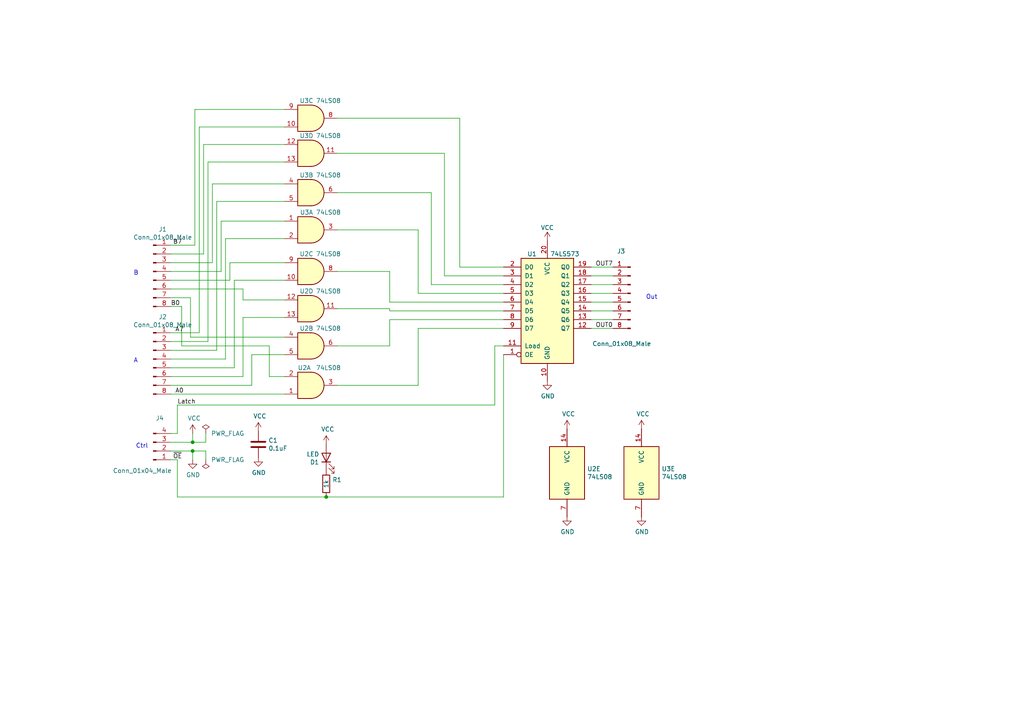
<source format=kicad_sch>
(kicad_sch (version 20250114) (generator "eeschema") (generator_version "9.0")
  (paper "A4")
  (lib_symbols
    (symbol "74xx:74LS08" (pin_names (offset 1.016))
      (property "Reference" "U" (at 0 1.27 0))
      (property "Value" "74LS08" (at 0 -1.27 0))
      (symbol "74LS08_1_1"
        (arc (start 0 3.81) (mid 3.7934 0) (end 0 -3.81) (stroke (width 0.254)) (fill (type background)))
        (polyline (pts (xy 0 3.81) (xy -3.81 3.81) (xy -3.81 -3.81) (xy 0 -3.81)) (stroke (width 0.254)) (fill (type background)))
        (pin input line (at -7.62 2.54 0) (length 3.81) (name "~") (number "1"))
        (pin input line (at -7.62 -2.54 0) (length 3.81) (name "~") (number "2"))
        (pin output line (at 7.62 0 180) (length 3.81) (name "~") (number "3"))
      )
      (symbol "74LS08_1_2"
        (arc (start -3.81 3.81) (mid -2.589 0) (end -3.81 -3.81) (stroke (width 0.254)))
        (polyline (pts (xy -3.81 3.81) (xy -0.635 3.81)) (stroke (width 0.254)) (fill (type background)))
        (polyline (pts (xy -3.81 -3.81) (xy -0.635 -3.81)) (stroke (width 0.254)) (fill (type background)))
        (arc (start 3.81 0) (mid 2.1855 -2.584) (end -0.6096 -3.81) (stroke (width 0.254)) (fill (type background)))
        (arc (start -0.6096 3.81) (mid 2.1928 2.5924) (end 3.81 0) (stroke (width 0.254)) (fill (type background)))
        (polyline (pts (xy -0.635 3.81) (xy -3.81 3.81) (xy -3.81 3.81) (xy -3.556 3.4036) (xy -3.0226 2.2606) (xy -2.6924 1.0414) (xy -2.6162 -0.254) (xy -2.7686 -1.4986) (xy -3.175 -2.7178) (xy -3.81 -3.81) (xy -3.81 -3.81) (xy -0.635 -3.81)) (stroke (width -25.4)) (fill (type background)))
        (pin input inverted (at -7.62 2.54 0) (length 4.318) (name "~") (number "1"))
        (pin input inverted (at -7.62 -2.54 0) (length 4.318) (name "~") (number "2"))
        (pin output inverted (at 7.62 0 180) (length 3.81) (name "~") (number "3"))
      )
      (symbol "74LS08_2_1"
        (arc (start 0 3.81) (mid 3.7934 0) (end 0 -3.81) (stroke (width 0.254)) (fill (type background)))
        (polyline (pts (xy 0 3.81) (xy -3.81 3.81) (xy -3.81 -3.81) (xy 0 -3.81)) (stroke (width 0.254)) (fill (type background)))
        (pin input line (at -7.62 2.54 0) (length 3.81) (name "~") (number "4"))
        (pin input line (at -7.62 -2.54 0) (length 3.81) (name "~") (number "5"))
        (pin output line (at 7.62 0 180) (length 3.81) (name "~") (number "6"))
      )
      (symbol "74LS08_2_2"
        (arc (start -3.81 3.81) (mid -2.589 0) (end -3.81 -3.81) (stroke (width 0.254)))
        (polyline (pts (xy -3.81 3.81) (xy -0.635 3.81)) (stroke (width 0.254)) (fill (type background)))
        (polyline (pts (xy -3.81 -3.81) (xy -0.635 -3.81)) (stroke (width 0.254)) (fill (type background)))
        (arc (start 3.81 0) (mid 2.1855 -2.584) (end -0.6096 -3.81) (stroke (width 0.254)) (fill (type background)))
        (arc (start -0.6096 3.81) (mid 2.1928 2.5924) (end 3.81 0) (stroke (width 0.254)) (fill (type background)))
        (polyline (pts (xy -0.635 3.81) (xy -3.81 3.81) (xy -3.81 3.81) (xy -3.556 3.4036) (xy -3.0226 2.2606) (xy -2.6924 1.0414) (xy -2.6162 -0.254) (xy -2.7686 -1.4986) (xy -3.175 -2.7178) (xy -3.81 -3.81) (xy -3.81 -3.81) (xy -0.635 -3.81)) (stroke (width -25.4)) (fill (type background)))
        (pin input inverted (at -7.62 2.54 0) (length 4.318) (name "~") (number "4"))
        (pin input inverted (at -7.62 -2.54 0) (length 4.318) (name "~") (number "5"))
        (pin output inverted (at 7.62 0 180) (length 3.81) (name "~") (number "6"))
      )
      (symbol "74LS08_3_1"
        (arc (start 0 3.81) (mid 3.7934 0) (end 0 -3.81) (stroke (width 0.254)) (fill (type background)))
        (polyline (pts (xy 0 3.81) (xy -3.81 3.81) (xy -3.81 -3.81) (xy 0 -3.81)) (stroke (width 0.254)) (fill (type background)))
        (pin input line (at -7.62 2.54 0) (length 3.81) (name "~") (number "9"))
        (pin input line (at -7.62 -2.54 0) (length 3.81) (name "~") (number "10"))
        (pin output line (at 7.62 0 180) (length 3.81) (name "~") (number "8"))
      )
      (symbol "74LS08_3_2"
        (arc (start -3.81 3.81) (mid -2.589 0) (end -3.81 -3.81) (stroke (width 0.254)))
        (polyline (pts (xy -3.81 3.81) (xy -0.635 3.81)) (stroke (width 0.254)) (fill (type background)))
        (polyline (pts (xy -3.81 -3.81) (xy -0.635 -3.81)) (stroke (width 0.254)) (fill (type background)))
        (arc (start 3.81 0) (mid 2.1855 -2.584) (end -0.6096 -3.81) (stroke (width 0.254)) (fill (type background)))
        (arc (start -0.6096 3.81) (mid 2.1928 2.5924) (end 3.81 0) (stroke (width 0.254)) (fill (type background)))
        (polyline (pts (xy -0.635 3.81) (xy -3.81 3.81) (xy -3.81 3.81) (xy -3.556 3.4036) (xy -3.0226 2.2606) (xy -2.6924 1.0414) (xy -2.6162 -0.254) (xy -2.7686 -1.4986) (xy -3.175 -2.7178) (xy -3.81 -3.81) (xy -3.81 -3.81) (xy -0.635 -3.81)) (stroke (width -25.4)) (fill (type background)))
        (pin input inverted (at -7.62 2.54 0) (length 4.318) (name "~") (number "9"))
        (pin input inverted (at -7.62 -2.54 0) (length 4.318) (name "~") (number "10"))
        (pin output inverted (at 7.62 0 180) (length 3.81) (name "~") (number "8"))
      )
      (symbol "74LS08_4_1"
        (arc (start 0 3.81) (mid 3.7934 0) (end 0 -3.81) (stroke (width 0.254)) (fill (type background)))
        (polyline (pts (xy 0 3.81) (xy -3.81 3.81) (xy -3.81 -3.81) (xy 0 -3.81)) (stroke (width 0.254)) (fill (type background)))
        (pin input line (at -7.62 2.54 0) (length 3.81) (name "~") (number "12"))
        (pin input line (at -7.62 -2.54 0) (length 3.81) (name "~") (number "13"))
        (pin output line (at 7.62 0 180) (length 3.81) (name "~") (number "11"))
      )
      (symbol "74LS08_4_2"
        (arc (start -3.81 3.81) (mid -2.589 0) (end -3.81 -3.81) (stroke (width 0.254)))
        (polyline (pts (xy -3.81 3.81) (xy -0.635 3.81)) (stroke (width 0.254)) (fill (type background)))
        (polyline (pts (xy -3.81 -3.81) (xy -0.635 -3.81)) (stroke (width 0.254)) (fill (type background)))
        (arc (start 3.81 0) (mid 2.1855 -2.584) (end -0.6096 -3.81) (stroke (width 0.254)) (fill (type background)))
        (arc (start -0.6096 3.81) (mid 2.1928 2.5924) (end 3.81 0) (stroke (width 0.254)) (fill (type background)))
        (polyline (pts (xy -0.635 3.81) (xy -3.81 3.81) (xy -3.81 3.81) (xy -3.556 3.4036) (xy -3.0226 2.2606) (xy -2.6924 1.0414) (xy -2.6162 -0.254) (xy -2.7686 -1.4986) (xy -3.175 -2.7178) (xy -3.81 -3.81) (xy -3.81 -3.81) (xy -0.635 -3.81)) (stroke (width -25.4)) (fill (type background)))
        (pin input inverted (at -7.62 2.54 0) (length 4.318) (name "~") (number "12"))
        (pin input inverted (at -7.62 -2.54 0) (length 4.318) (name "~") (number "13"))
        (pin output inverted (at 7.62 0 180) (length 3.81) (name "~") (number "11"))
      )
      (symbol "74LS08_5_0"
        (pin power_in line (at 0 12.7 270) (length 5.08) (name "VCC") (number "14"))
        (pin power_in line (at 0 -12.7 90) (length 5.08) (name "GND") (number "7"))
      )
      (symbol "74LS08_5_1"
        (rectangle (start -5.08 7.62) (end 5.08 -7.62) (stroke (width 0.254)) (fill (type background)))
      )
    )
    (symbol "74xx:74LS573" (pin_names (offset 1.016))
      (property "Reference" "U" (at -7.62 16.51 0))
      (property "Value" "74LS573" (at -7.62 -16.51 0))
      (symbol "74LS573_1_0"
        (pin input line (at -12.7 12.7 0) (length 5.08) (name "D0") (number "2"))
        (pin input line (at -12.7 10.16 0) (length 5.08) (name "D1") (number "3"))
        (pin input line (at -12.7 7.62 0) (length 5.08) (name "D2") (number "4"))
        (pin input line (at -12.7 5.08 0) (length 5.08) (name "D3") (number "5"))
        (pin input line (at -12.7 2.54 0) (length 5.08) (name "D4") (number "6"))
        (pin input line (at -12.7 0 0) (length 5.08) (name "D5") (number "7"))
        (pin input line (at -12.7 -2.54 0) (length 5.08) (name "D6") (number "8"))
        (pin input line (at -12.7 -5.08 0) (length 5.08) (name "D7") (number "9"))
        (pin input line (at -12.7 -10.16 0) (length 5.08) (name "Load") (number "11"))
        (pin input inverted (at -12.7 -12.7 0) (length 5.08) (name "OE") (number "1"))
        (pin power_in line (at 0 20.32 270) (length 5.08) (name "VCC") (number "20"))
        (pin power_in line (at 0 -20.32 90) (length 5.08) (name "GND") (number "10"))
        (pin tri_state line (at 12.7 12.7 180) (length 5.08) (name "Q0") (number "19"))
        (pin tri_state line (at 12.7 10.16 180) (length 5.08) (name "Q1") (number "18"))
        (pin tri_state line (at 12.7 7.62 180) (length 5.08) (name "Q2") (number "17"))
        (pin tri_state line (at 12.7 5.08 180) (length 5.08) (name "Q3") (number "16"))
        (pin tri_state line (at 12.7 2.54 180) (length 5.08) (name "Q4") (number "15"))
        (pin tri_state line (at 12.7 0 180) (length 5.08) (name "Q5") (number "14"))
        (pin tri_state line (at 12.7 -2.54 180) (length 5.08) (name "Q6") (number "13"))
        (pin tri_state line (at 12.7 -5.08 180) (length 5.08) (name "Q7") (number "12"))
      )
      (symbol "74LS573_1_1"
        (rectangle (start -7.62 15.24) (end 7.62 -15.24) (stroke (width 0.254)) (fill (type background)))
      )
    )
    (symbol "Connector:Conn_01x04_Male" (pin_names (offset 1.016) (hide yes))
      (property "Reference" "J" (at 0 5.08 0))
      (property "Value" "Connector_Conn_01x04_Male" (at 0 -7.62 0))
      (symbol "Conn_01x04_Male_1_1"
        (rectangle (start 0.8636 2.667) (end 0 2.413) (stroke (width 0.1524)) (fill (type outline)))
        (rectangle (start 0.8636 0.127) (end 0 -0.127) (stroke (width 0.1524)) (fill (type outline)))
        (rectangle (start 0.8636 -2.413) (end 0 -2.667) (stroke (width 0.1524)) (fill (type outline)))
        (rectangle (start 0.8636 -4.953) (end 0 -5.207) (stroke (width 0.1524)) (fill (type outline)))
        (polyline (pts (xy 1.27 2.54) (xy 0.8636 2.54)) (stroke (width 0.1524)))
        (polyline (pts (xy 1.27 0) (xy 0.8636 0)) (stroke (width 0.1524)))
        (polyline (pts (xy 1.27 -2.54) (xy 0.8636 -2.54)) (stroke (width 0.1524)))
        (polyline (pts (xy 1.27 -5.08) (xy 0.8636 -5.08)) (stroke (width 0.1524)))
        (pin passive line (at 5.08 2.54 180) (length 3.81) (name "Pin_1") (number "1"))
        (pin passive line (at 5.08 0 180) (length 3.81) (name "Pin_2") (number "2"))
        (pin passive line (at 5.08 -2.54 180) (length 3.81) (name "Pin_3") (number "3"))
        (pin passive line (at 5.08 -5.08 180) (length 3.81) (name "Pin_4") (number "4"))
      )
    )
    (symbol "Connector:Conn_01x08_Male" (pin_names (offset 1.016) (hide yes))
      (property "Reference" "J" (at 0 10.16 0))
      (property "Value" "Connector_Conn_01x08_Male" (at 0 -12.7 0))
      (symbol "Conn_01x08_Male_1_1"
        (rectangle (start 0.8636 7.747) (end 0 7.493) (stroke (width 0.1524)) (fill (type outline)))
        (rectangle (start 0.8636 5.207) (end 0 4.953) (stroke (width 0.1524)) (fill (type outline)))
        (rectangle (start 0.8636 2.667) (end 0 2.413) (stroke (width 0.1524)) (fill (type outline)))
        (rectangle (start 0.8636 0.127) (end 0 -0.127) (stroke (width 0.1524)) (fill (type outline)))
        (rectangle (start 0.8636 -2.413) (end 0 -2.667) (stroke (width 0.1524)) (fill (type outline)))
        (rectangle (start 0.8636 -4.953) (end 0 -5.207) (stroke (width 0.1524)) (fill (type outline)))
        (rectangle (start 0.8636 -7.493) (end 0 -7.747) (stroke (width 0.1524)) (fill (type outline)))
        (rectangle (start 0.8636 -10.033) (end 0 -10.287) (stroke (width 0.1524)) (fill (type outline)))
        (polyline (pts (xy 1.27 7.62) (xy 0.8636 7.62)) (stroke (width 0.1524)))
        (polyline (pts (xy 1.27 5.08) (xy 0.8636 5.08)) (stroke (width 0.1524)))
        (polyline (pts (xy 1.27 2.54) (xy 0.8636 2.54)) (stroke (width 0.1524)))
        (polyline (pts (xy 1.27 0) (xy 0.8636 0)) (stroke (width 0.1524)))
        (polyline (pts (xy 1.27 -2.54) (xy 0.8636 -2.54)) (stroke (width 0.1524)))
        (polyline (pts (xy 1.27 -5.08) (xy 0.8636 -5.08)) (stroke (width 0.1524)))
        (polyline (pts (xy 1.27 -7.62) (xy 0.8636 -7.62)) (stroke (width 0.1524)))
        (polyline (pts (xy 1.27 -10.16) (xy 0.8636 -10.16)) (stroke (width 0.1524)))
        (pin passive line (at 5.08 7.62 180) (length 3.81) (name "Pin_1") (number "1"))
        (pin passive line (at 5.08 5.08 180) (length 3.81) (name "Pin_2") (number "2"))
        (pin passive line (at 5.08 2.54 180) (length 3.81) (name "Pin_3") (number "3"))
        (pin passive line (at 5.08 0 180) (length 3.81) (name "Pin_4") (number "4"))
        (pin passive line (at 5.08 -2.54 180) (length 3.81) (name "Pin_5") (number "5"))
        (pin passive line (at 5.08 -5.08 180) (length 3.81) (name "Pin_6") (number "6"))
        (pin passive line (at 5.08 -7.62 180) (length 3.81) (name "Pin_7") (number "7"))
        (pin passive line (at 5.08 -10.16 180) (length 3.81) (name "Pin_8") (number "8"))
      )
    )
    (symbol "Device:C" (pin_numbers (hide yes)) (pin_names (offset 0.254))
      (property "Reference" "C" (at 0.635 2.54 0))
      (property "Value" "C" (at 0.635 -2.54 0))
      (symbol "C_0_1"
        (polyline (pts (xy -2.032 0.762) (xy 2.032 0.762)) (stroke (width 0.508)))
        (polyline (pts (xy -2.032 -0.762) (xy 2.032 -0.762)) (stroke (width 0.508)))
      )
      (symbol "C_1_1"
        (pin passive line (at 0 3.81 270) (length 2.794) (name "~") (number "1"))
        (pin passive line (at 0 -3.81 90) (length 2.794) (name "~") (number "2"))
      )
    )
    (symbol "Device:LED" (pin_numbers (hide yes)) (pin_names (offset 1.016) (hide yes))
      (property "Reference" "D" (at 0 2.54 0))
      (property "Value" "LED" (at 0 -2.54 0))
      (symbol "LED_0_1"
        (polyline (pts (xy -3.048 -0.762) (xy -4.572 -2.286) (xy -3.81 -2.286) (xy -4.572 -2.286) (xy -4.572 -1.524)))
        (polyline (pts (xy -1.778 -0.762) (xy -3.302 -2.286) (xy -2.54 -2.286) (xy -3.302 -2.286) (xy -3.302 -1.524)))
        (polyline (pts (xy -1.27 0) (xy 1.27 0)))
        (polyline (pts (xy -1.27 -1.27) (xy -1.27 1.27)) (stroke (width 0.254)))
        (polyline (pts (xy 1.27 -1.27) (xy 1.27 1.27) (xy -1.27 0) (xy 1.27 -1.27)) (stroke (width 0.254)))
      )
      (symbol "LED_1_1"
        (pin passive line (at -3.81 0 0) (length 2.54) (name "K") (number "1"))
        (pin passive line (at 3.81 0 180) (length 2.54) (name "A") (number "2"))
      )
    )
    (symbol "Device:R" (pin_numbers (hide yes)) (pin_names (offset 0))
      (property "Reference" "R" (at 2.032 0 90))
      (property "Value" "R" (at 0 0 90))
      (symbol "R_0_1"
        (rectangle (start -1.016 -2.54) (end 1.016 2.54) (stroke (width 0.254)))
      )
      (symbol "R_1_1"
        (pin passive line (at 0 3.81 270) (length 1.27) (name "~") (number "1"))
        (pin passive line (at 0 -3.81 90) (length 1.27) (name "~") (number "2"))
      )
    )
    (symbol "power:GND" (power) (pin_numbers (hide yes)) (pin_names (offset 0) (hide yes))
      (property "Value" "GND" (at 0 -3.81 0))
      (symbol "GND_0_1"
        (polyline (pts (xy 0 0) (xy 0 -1.27) (xy 1.27 -1.27) (xy 0 -2.54) (xy -1.27 -1.27) (xy 0 -1.27)))
      )
      (symbol "GND_1_1"
        (pin power_in line (at 0 0 270) (length 0) (name "~") (number "1"))
      )
    )
    (symbol "power:PWR_FLAG" (power) (pin_numbers (hide yes)) (pin_names (offset 0) (hide yes))
      (property "Value" "PWR_FLAG" (at 0 3.81 0))
      (symbol "PWR_FLAG_0_0"
        (pin power_out line (at 0 0 90) (length 0) (name "~") (number "1"))
      )
      (symbol "PWR_FLAG_0_1"
        (polyline (pts (xy 0 0) (xy 0 1.27) (xy -1.016 1.905) (xy 0 2.54) (xy 1.016 1.905) (xy 0 1.27)))
      )
    )
    (symbol "power:VCC" (power) (pin_numbers (hide yes)) (pin_names (offset 0) (hide yes))
      (property "Value" "VCC" (at 0 3.556 0))
      (symbol "VCC_0_1"
        (polyline (pts (xy -0.762 1.27) (xy 0 2.54)))
        (polyline (pts (xy 0 2.54) (xy 0.762 1.27)))
        (polyline (pts (xy 0 0) (xy 0 2.54)))
      )
      (symbol "VCC_1_1"
        (pin power_in line (at 0 0 90) (length 0) (name "~") (number "1"))
      )
    )
  )
  (text "B" (at 38.735 80.01 0) (effects (font (size 1.27 1.27)) (justify left bottom)))
  (text "Out" (at 187.325 86.995 0) (effects (font (size 1.27 1.27)) (justify left bottom)))
  (text "Ctrl" (at 39.37 130.175 0) (effects (font (size 1.27 1.27)) (justify left bottom)))
  (text "A" (at 38.735 105.41 0) (effects (font (size 1.27 1.27)) (justify left bottom)))
  (junction (at 55.88 128.27))
  (junction (at 94.615 144.145))
  (junction (at 55.88 130.81))
  (wire (pts (xy 51.435 144.145) (xy 94.615 144.145)))
  (wire (pts (xy 121.285 95.25) (xy 146.05 95.25)))
  (wire (pts (xy 59.055 41.91) (xy 82.55 41.91)))
  (wire (pts (xy 59.69 130.81) (xy 59.69 133.35)))
  (wire (pts (xy 133.35 77.47) (xy 146.05 77.47)))
  (wire (pts (xy 146.05 144.145) (xy 146.05 102.87)))
  (wire (pts (xy 97.79 44.45) (xy 128.905 44.45)))
  (wire (pts (xy 121.285 66.675) (xy 121.285 85.09)))
  (wire (pts (xy 49.53 96.52) (xy 57.785 96.52)))
  (wire (pts (xy 49.53 101.6) (xy 62.865 101.6)))
  (wire (pts (xy 143.51 117.475) (xy 143.51 100.33)))
  (wire (pts (xy 49.53 109.22) (xy 70.485 109.22)))
  (wire (pts (xy 52.705 88.9) (xy 52.705 100.33)))
  (wire (pts (xy 97.79 89.535) (xy 113.03 89.535)))
  (wire (pts (xy 57.785 36.83) (xy 82.55 36.83)))
  (wire (pts (xy 125.095 82.55) (xy 146.05 82.55)))
  (wire (pts (xy 55.88 125.73) (xy 55.88 128.27)))
  (wire (pts (xy 49.53 81.28) (xy 66.675 81.28)))
  (wire (pts (xy 70.485 86.995) (xy 82.55 86.995)))
  (wire (pts (xy 55.245 97.79) (xy 82.55 97.79)))
  (wire (pts (xy 97.79 55.88) (xy 125.095 55.88)))
  (wire (pts (xy 113.03 87.63) (xy 146.05 87.63)))
  (wire (pts (xy 73.025 102.87) (xy 82.55 102.87)))
  (wire (pts (xy 73.025 102.87) (xy 73.025 111.76)))
  (wire (pts (xy 70.485 109.22) (xy 70.485 92.075)))
  (wire (pts (xy 70.485 83.82) (xy 70.485 86.995)))
  (wire (pts (xy 52.705 100.33) (xy 78.105 100.33)))
  (wire (pts (xy 49.53 76.2) (xy 61.595 76.2)))
  (wire (pts (xy 56.515 31.75) (xy 82.55 31.75)))
  (wire (pts (xy 97.79 66.675) (xy 121.285 66.675)))
  (wire (pts (xy 55.88 128.27) (xy 59.69 128.27)))
  (wire (pts (xy 49.53 130.81) (xy 55.88 130.81)))
  (wire (pts (xy 70.485 92.075) (xy 82.55 92.075)))
  (wire (pts (xy 49.53 99.06) (xy 60.325 99.06)))
  (wire (pts (xy 171.45 85.09) (xy 177.8 85.09)))
  (wire (pts (xy 55.88 133.35) (xy 55.88 130.81)))
  (wire (pts (xy 113.03 89.535) (xy 113.03 90.17)))
  (wire (pts (xy 66.675 76.2) (xy 82.55 76.2)))
  (wire (pts (xy 143.51 100.33) (xy 146.05 100.33)))
  (wire (pts (xy 57.785 96.52) (xy 57.785 36.83)))
  (wire (pts (xy 49.53 88.9) (xy 52.705 88.9)))
  (wire (pts (xy 60.325 46.99) (xy 82.55 46.99)))
  (wire (pts (xy 113.03 90.17) (xy 146.05 90.17)))
  (wire (pts (xy 171.45 77.47) (xy 177.8 77.47)))
  (wire (pts (xy 67.945 106.68) (xy 67.945 81.28)))
  (wire (pts (xy 51.435 133.35) (xy 51.435 144.145)))
  (wire (pts (xy 128.905 80.01) (xy 146.05 80.01)))
  (wire (pts (xy 65.405 104.14) (xy 65.405 69.215)))
  (wire (pts (xy 113.03 78.74) (xy 113.03 87.63)))
  (wire (pts (xy 59.055 73.66) (xy 59.055 41.91)))
  (wire (pts (xy 49.53 133.35) (xy 51.435 133.35)))
  (wire (pts (xy 125.095 55.88) (xy 125.095 82.55)))
  (wire (pts (xy 171.45 82.55) (xy 177.8 82.55)))
  (wire (pts (xy 62.865 101.6) (xy 62.865 58.42)))
  (wire (pts (xy 97.79 111.76) (xy 121.285 111.76)))
  (wire (pts (xy 97.79 100.33) (xy 113.03 100.33)))
  (wire (pts (xy 66.675 81.28) (xy 66.675 76.2)))
  (wire (pts (xy 78.105 109.22) (xy 82.55 109.22)))
  (wire (pts (xy 49.53 111.76) (xy 73.025 111.76)))
  (wire (pts (xy 61.595 76.2) (xy 61.595 53.34)))
  (wire (pts (xy 64.135 64.135) (xy 82.55 64.135)))
  (wire (pts (xy 67.945 81.28) (xy 82.55 81.28)))
  (wire (pts (xy 49.53 83.82) (xy 70.485 83.82)))
  (wire (pts (xy 97.79 78.74) (xy 113.03 78.74)))
  (wire (pts (xy 49.53 125.73) (xy 51.435 125.73)))
  (wire (pts (xy 121.285 85.09) (xy 146.05 85.09)))
  (wire (pts (xy 128.905 44.45) (xy 128.905 80.01)))
  (wire (pts (xy 60.325 99.06) (xy 60.325 46.99)))
  (wire (pts (xy 171.45 87.63) (xy 177.8 87.63)))
  (wire (pts (xy 113.03 92.71) (xy 146.05 92.71)))
  (wire (pts (xy 51.435 125.73) (xy 51.435 117.475)))
  (wire (pts (xy 78.105 100.33) (xy 78.105 109.22)))
  (wire (pts (xy 56.515 71.12) (xy 56.515 31.75)))
  (wire (pts (xy 51.435 117.475) (xy 143.51 117.475)))
  (wire (pts (xy 171.45 80.01) (xy 177.8 80.01)))
  (wire (pts (xy 61.595 53.34) (xy 82.55 53.34)))
  (wire (pts (xy 55.88 130.81) (xy 59.69 130.81)))
  (wire (pts (xy 55.245 86.36) (xy 55.245 97.79)))
  (wire (pts (xy 171.45 92.71) (xy 177.8 92.71)))
  (wire (pts (xy 49.53 73.66) (xy 59.055 73.66)))
  (wire (pts (xy 65.405 69.215) (xy 82.55 69.215)))
  (wire (pts (xy 49.53 114.3) (xy 82.55 114.3)))
  (wire (pts (xy 171.45 90.17) (xy 177.8 90.17)))
  (wire (pts (xy 97.79 34.29) (xy 133.35 34.29)))
  (wire (pts (xy 49.53 128.27) (xy 55.88 128.27)))
  (wire (pts (xy 49.53 78.74) (xy 64.135 78.74)))
  (wire (pts (xy 59.69 128.27) (xy 59.69 125.73)))
  (wire (pts (xy 121.285 111.76) (xy 121.285 95.25)))
  (wire (pts (xy 133.35 34.29) (xy 133.35 77.47)))
  (wire (pts (xy 49.53 104.14) (xy 65.405 104.14)))
  (wire (pts (xy 113.03 100.33) (xy 113.03 92.71)))
  (wire (pts (xy 62.865 58.42) (xy 82.55 58.42)))
  (wire (pts (xy 64.135 78.74) (xy 64.135 64.135)))
  (wire (pts (xy 171.45 95.25) (xy 177.8 95.25)))
  (wire (pts (xy 49.53 106.68) (xy 67.945 106.68)))
  (wire (pts (xy 94.615 144.145) (xy 146.05 144.145)))
  (wire (pts (xy 49.53 71.12) (xy 56.515 71.12)))
  (wire (pts (xy 49.53 86.36) (xy 55.245 86.36)))
  (label "OUT0" (at 172.72 95.25 0))
  (label "B0" (at 49.53 88.9 0))
  (label "A0" (at 50.8 114.3 0))
  (label "B7" (at 50.165 71.12 0))
  (label "A7" (at 50.8 96.52 0))
  (label "OUT7" (at 172.72 77.47 0))
  (label "~{OE}" (at 50.165 133.35 0))
  (label "Latch" (at 51.435 117.475 0))
  (symbol (lib_id "Connector:Conn_01x08_Male") (at 44.45 78.74 0) (unit 1)
    (property "Reference" "J1" (at 47.1932 66.5226 0))
    (property "Value" "Conn_01x08_Male" (at 47.1932 68.834 0))
    (property "Footprint" "Connector_PinHeader_2.54mm:PinHeader_1x08_P2.54mm_Vertical" (effects (hide yes)))
  )
  (symbol (lib_id "Connector:Conn_01x08_Male") (at 44.45 104.14 0) (unit 1)
    (property "Reference" "J2" (at 47.1932 91.9226 0))
    (property "Value" "Conn_01x08_Male" (at 47.1932 94.234 0))
    (property "Footprint" "Connector_PinHeader_2.54mm:PinHeader_1x08_P2.54mm_Vertical" (effects (hide yes)))
  )
  (symbol (lib_id "Connector:Conn_01x08_Male") (at 182.88 85.09 0) (mirror y) (unit 1)
    (property "Reference" "J3" (at 180.1368 72.8726 0))
    (property "Value" "Conn_01x08_Male" (at 180.34 99.695 0))
    (property "Footprint" "Connector_PinHeader_2.54mm:PinHeader_1x08_P2.54mm_Vertical" (effects (hide yes)))
  )
  (symbol (lib_id "Connector:Conn_01x04_Male") (at 44.45 130.81 0) (mirror x) (unit 1)
    (property "Reference" "J4" (at 46.355 121.285 0))
    (property "Value" "Conn_01x04_Male" (at 41.275 136.525 0))
    (property "Footprint" "Connector_PinHeader_2.54mm:PinHeader_1x04_P2.54mm_Vertical" (effects (hide yes)))
  )
  (symbol (lib_id "power:VCC") (at 55.88 125.73 0) (unit 1)
    (property "Reference" "#PWR0101" (effects (hide yes)))
    (property "Value" "VCC" (at 56.3118 121.3358 0))
  )
  (symbol (lib_id "power:GND") (at 55.88 133.35 0) (unit 1)
    (property "Reference" "#PWR0102" (effects (hide yes)))
    (property "Value" "GND" (at 56.007 137.7442 0))
  )
  (symbol (lib_id "power:PWR_FLAG") (at 59.69 125.73 0) (unit 1)
    (property "Reference" "#FLG0101" (effects (hide yes)))
    (property "Value" "PWR_FLAG" (at 66.04 125.73 0))
  )
  (symbol (lib_id "power:PWR_FLAG") (at 59.69 133.35 180) (unit 1)
    (property "Reference" "#FLG0102" (effects (hide yes)))
    (property "Value" "PWR_FLAG" (at 66.04 133.35 0))
  )
  (symbol (lib_id "Device:C") (at 74.93 128.905 0) (unit 1)
    (property "Reference" "C1" (at 77.851 127.7366 0) (effects (justify left)))
    (property "Value" "0.1uF" (at 77.851 130.048 0) (effects (justify left)))
    (property "Footprint" "Capacitor_SMD:C_0805_2012Metric_Pad1.18x1.45mm_HandSolder" (effects (hide yes)))
  )
  (symbol (lib_id "power:GND") (at 74.93 132.715 0) (unit 1)
    (property "Reference" "#PWR0103" (effects (hide yes)))
    (property "Value" "GND" (at 75.057 137.1092 0))
  )
  (symbol (lib_id "power:VCC") (at 74.93 125.095 0) (unit 1)
    (property "Reference" "#PWR0104" (effects (hide yes)))
    (property "Value" "VCC" (at 75.3618 120.7008 0))
  )
  (symbol (lib_id "74xx:74LS573") (at 158.75 90.17 0) (unit 1)
    (property "Reference" "U1" (at 154.305 73.66 0))
    (property "Value" "74LS573" (at 163.83 73.66 0))
    (property "Footprint" "Package_SO:SOP-20_7.5x12.8mm_P1.27mm" (effects (hide yes)))
    (property "Datasheet" "74xx/74hc573.pdf" (effects (hide yes)))
  )
  (symbol (lib_id "74xx:74LS08") (at 90.17 111.76 0) (mirror x) (unit 1)
    (property "Reference" "U2" (at 88.265 106.68 0))
    (property "Value" "74LS08" (at 95.25 106.68 0))
    (property "Footprint" "Package_SO:SO-14_3.9x8.65mm_P1.27mm" (effects (hide yes)))
    (property "Datasheet" "http://www.ti.com/lit/gpn/sn74LS08" (effects (hide yes)))
  )
  (symbol (lib_id "power:GND") (at 158.75 110.49 0) (unit 1)
    (property "Reference" "#PWR02" (effects (hide yes)))
    (property "Value" "GND" (at 158.877 114.8842 0))
  )
  (symbol (lib_id "power:VCC") (at 158.75 69.85 0) (unit 1)
    (property "Reference" "#PWR01" (effects (hide yes)))
    (property "Value" "VCC" (at 158.75 66.04 0))
  )
  (symbol (lib_id "74xx:74LS08") (at 90.17 100.33 0) (unit 2)
    (property "Reference" "U2" (at 88.9 95.25 0))
    (property "Value" "74LS08" (at 95.25 95.25 0))
    (property "Footprint" "Package_SO:SO-14_3.9x8.65mm_P1.27mm" (effects (hide yes)))
    (property "Datasheet" "http://www.ti.com/lit/gpn/sn74LS08" (effects (hide yes)))
  )
  (symbol (lib_id "74xx:74LS08") (at 90.17 78.74 0) (unit 3)
    (property "Reference" "U2" (at 88.9 73.66 0))
    (property "Value" "74LS08" (at 95.25 73.66 0))
    (property "Footprint" "Package_SO:SO-14_3.9x8.65mm_P1.27mm" (effects (hide yes)))
    (property "Datasheet" "http://www.ti.com/lit/gpn/sn74LS08" (effects (hide yes)))
  )
  (symbol (lib_id "74xx:74LS08") (at 90.17 89.535 0) (unit 4)
    (property "Reference" "U2" (at 88.9 84.455 0))
    (property "Value" "74LS08" (at 95.25 84.455 0))
    (property "Footprint" "Package_SO:SO-14_3.9x8.65mm_P1.27mm" (effects (hide yes)))
    (property "Datasheet" "http://www.ti.com/lit/gpn/sn74LS08" (effects (hide yes)))
  )
  (symbol (lib_id "74xx:74LS08") (at 164.465 137.16 0) (unit 5)
    (property "Reference" "U2" (at 170.307 135.9916 0) (effects (justify left)))
    (property "Value" "74LS08" (at 170.307 138.303 0) (effects (justify left)))
    (property "Footprint" "Package_SO:SO-14_3.9x8.65mm_P1.27mm" (effects (hide yes)))
    (property "Datasheet" "http://www.ti.com/lit/gpn/sn74LS08" (effects (hide yes)))
  )
  (symbol (lib_id "74xx:74LS08") (at 90.17 66.675 0) (unit 1)
    (property "Reference" "U3" (at 88.9 61.595 0))
    (property "Value" "74LS08" (at 95.25 61.595 0))
    (property "Footprint" "Package_SO:SO-14_3.9x8.65mm_P1.27mm" (effects (hide yes)))
    (property "Datasheet" "http://www.ti.com/lit/gpn/sn74LS08" (effects (hide yes)))
  )
  (symbol (lib_id "74xx:74LS08") (at 90.17 55.88 0) (unit 2)
    (property "Reference" "U3" (at 88.9 50.8 0))
    (property "Value" "74LS08" (at 95.25 50.8 0))
    (property "Footprint" "Package_SO:SO-14_3.9x8.65mm_P1.27mm" (effects (hide yes)))
    (property "Datasheet" "http://www.ti.com/lit/gpn/sn74LS08" (effects (hide yes)))
  )
  (symbol (lib_id "74xx:74LS08") (at 90.17 34.29 0) (unit 3)
    (property "Reference" "U3" (at 88.9 29.21 0))
    (property "Value" "74LS08" (at 95.25 29.21 0))
    (property "Footprint" "Package_SO:SO-14_3.9x8.65mm_P1.27mm" (effects (hide yes)))
    (property "Datasheet" "http://www.ti.com/lit/gpn/sn74LS08" (effects (hide yes)))
  )
  (symbol (lib_id "74xx:74LS08") (at 90.17 44.45 0) (unit 4)
    (property "Reference" "U3" (at 88.9 39.37 0))
    (property "Value" "74LS08" (at 95.25 39.37 0))
    (property "Footprint" "Package_SO:SO-14_3.9x8.65mm_P1.27mm" (effects (hide yes)))
    (property "Datasheet" "http://www.ti.com/lit/gpn/sn74LS08" (effects (hide yes)))
  )
  (symbol (lib_id "74xx:74LS08") (at 186.055 137.16 0) (unit 5)
    (property "Reference" "U3" (at 191.897 135.9916 0) (effects (justify left)))
    (property "Value" "74LS08" (at 191.897 138.303 0) (effects (justify left)))
    (property "Footprint" "Package_SO:SO-14_3.9x8.65mm_P1.27mm" (effects (hide yes)))
    (property "Datasheet" "http://www.ti.com/lit/gpn/sn74LS08" (effects (hide yes)))
  )
  (symbol (lib_id "power:GND") (at 164.465 149.86 0) (unit 1)
    (property "Reference" "#PWR0105" (effects (hide yes)))
    (property "Value" "GND" (at 164.592 154.2542 0))
  )
  (symbol (lib_id "power:GND") (at 186.055 149.86 0) (unit 1)
    (property "Reference" "#PWR0106" (effects (hide yes)))
    (property "Value" "GND" (at 186.182 154.2542 0))
  )
  (symbol (lib_id "power:VCC") (at 164.465 124.46 0) (unit 1)
    (property "Reference" "#PWR0107" (effects (hide yes)))
    (property "Value" "VCC" (at 164.8968 120.0658 0))
  )
  (symbol (lib_id "power:VCC") (at 186.055 124.46 0) (unit 1)
    (property "Reference" "#PWR0108" (effects (hide yes)))
    (property "Value" "VCC" (at 186.4868 120.0658 0))
  )
  (symbol (lib_id "Device:LED") (at 94.615 132.715 90) (unit 1)
    (property "Reference" "D1" (at 92.583 134.0612 90) (effects (justify left)))
    (property "Value" "LED" (at 92.583 131.7498 90) (effects (justify left)))
    (property "Footprint" "LED_SMD:LED_0805_2012Metric_Pad1.15x1.40mm_HandSolder" (effects (hide yes)))
  )
  (symbol (lib_id "Device:R") (at 94.615 140.335 0) (unit 1)
    (property "Reference" "R1" (at 96.393 139.1666 0) (effects (justify left)))
    (property "Value" "1k" (at 94.615 141.605 90) (effects (justify left)))
    (property "Footprint" "Resistor_SMD:R_0805_2012Metric_Pad1.20x1.40mm_HandSolder" (effects (hide yes)))
  )
  (symbol (lib_id "power:VCC") (at 94.615 128.905 0) (unit 1)
    (property "Reference" "#PWR03" (effects (hide yes)))
    (property "Value" "VCC" (at 95.0468 124.5108 0))
  )
)
</source>
